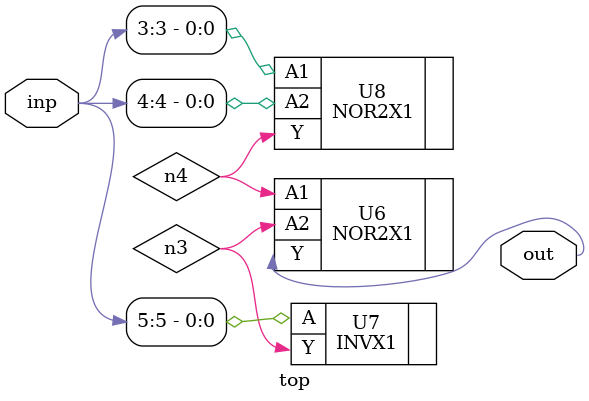
<source format=sv>


module top ( inp, out );
  input [5:0] inp;
  output out;
  wire   n3, n4;

  NOR2X1 U6 ( .A1(n4), .A2(n3), .Y(out) );
  INVX1 U7 ( .A(inp[5]), .Y(n3) );
  NOR2X1 U8 ( .A1(inp[3]), .A2(inp[4]), .Y(n4) );
endmodule


</source>
